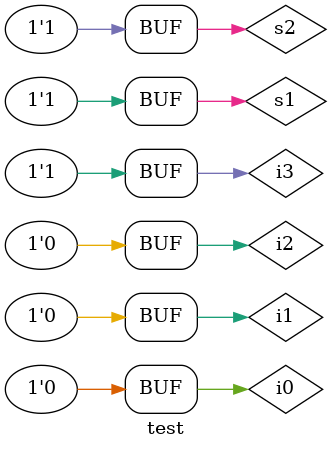
<source format=v>
`timescale 1ns / 1ps


module test;

	// Inputs
	reg i0;
	reg i1;
	reg i2;
	reg i3;
	reg s1;
	reg s2;

	// Outputs
	wire d;

	// Instantiate the Unit Under Test (UUT)
	Part2B uut (
		.i0(i0), 
		.i1(i1), 
		.i2(i2), 
		.i3(i3), 
		.s1(s1), 
		.s2(s2), 
		.d(d)
	);

	initial begin
	i0 = 1'b1;
	i1 = 0;
	i2 = 0;
	i3 = 0;
	s1 = 0;
	s2 = 0;
	#100;
	$display("TC-i0");
	if(d != i0)$display("Result is wrong");
	
	i0 = 0;
	i1 = 1'b1;
	i2 = 0;
	i3 = 0;
	s1 = 0;
	s2 = 1'b1;
	#100;
	$display("TC-i1");
	if(d != i1)$display("Result is wrong");
	
	i0 = 0;
	i1 = 0;
	i2 = 1'b1;
	i3 = 0;
	s1 = 1'b1;
	s2 = 0;
	#100;
	$display("TC-i2");
	if(d != i2)$display("Result is wrong");
	
	i0 = 0;
	i1 = 0;
	i2 = 0;
	i3 = 1'b1;
	s1 = 1'b1;
	s2 = 1'b1;
	#100;
	$display("TC-i3");
	if(d != i3)$display("Result is wrong");
end
	
      
endmodule


</source>
